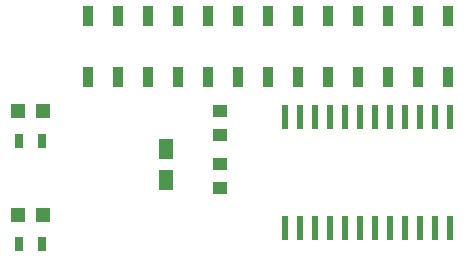
<source format=gtp>
G04 #@! TF.FileFunction,Paste,Top*
%FSLAX46Y46*%
G04 Gerber Fmt 4.6, Leading zero omitted, Abs format (unit mm)*
G04 Created by KiCad (PCBNEW 4.0.0-stable) date Tuesday, March 22, 2016 'PMt' 06:17:10 PM*
%MOMM*%
G01*
G04 APERTURE LIST*
%ADD10C,0.100000*%
%ADD11R,1.250000X1.000000*%
%ADD12R,1.230000X1.800000*%
%ADD13R,0.889000X1.680000*%
%ADD14R,0.600000X2.000000*%
%ADD15R,1.198880X1.198880*%
%ADD16R,0.700000X1.300000*%
G04 APERTURE END LIST*
D10*
D11*
X19500000Y19000000D03*
X19500000Y21000000D03*
D12*
X15000000Y15190000D03*
X15000000Y17810000D03*
D11*
X19500000Y16500000D03*
X19500000Y14500000D03*
D13*
X8370000Y23920000D03*
X8370000Y29080000D03*
X10910000Y23920000D03*
X10910000Y29080000D03*
X13450000Y23920000D03*
X13450000Y29080000D03*
X15990000Y23920000D03*
X15990000Y29080000D03*
X18530000Y23920000D03*
X18530000Y29080000D03*
X21070000Y23920000D03*
X21070000Y29080000D03*
X23610000Y23920000D03*
X23610000Y29080000D03*
X26150000Y23920000D03*
X26150000Y29080000D03*
X28690000Y23920000D03*
X28690000Y29080000D03*
X31230000Y23920000D03*
X31230000Y29080000D03*
X33770000Y23920000D03*
X33770000Y29080000D03*
X36310000Y23920000D03*
X36310000Y29080000D03*
X38850000Y23920000D03*
X38850000Y29080000D03*
D14*
X25085000Y11110000D03*
X26355000Y11110000D03*
X27625000Y11110000D03*
X28895000Y11110000D03*
X30165000Y11110000D03*
X31435000Y11110000D03*
X32705000Y11110000D03*
X33975000Y11110000D03*
X35245000Y11110000D03*
X36515000Y11110000D03*
X37785000Y11110000D03*
X39055000Y11110000D03*
X39055000Y20510000D03*
X37785000Y20510000D03*
X36515000Y20510000D03*
X35245000Y20510000D03*
X33975000Y20510000D03*
X32705000Y20510000D03*
X31435000Y20510000D03*
X30165000Y20510000D03*
X28895000Y20510000D03*
X27625000Y20510000D03*
X26355000Y20510000D03*
X25085000Y20510000D03*
D15*
X4549020Y21000000D03*
X2450980Y21000000D03*
X4549020Y12250000D03*
X2450980Y12250000D03*
D16*
X2550000Y18500000D03*
X4450000Y18500000D03*
X2550000Y9750000D03*
X4450000Y9750000D03*
M02*

</source>
